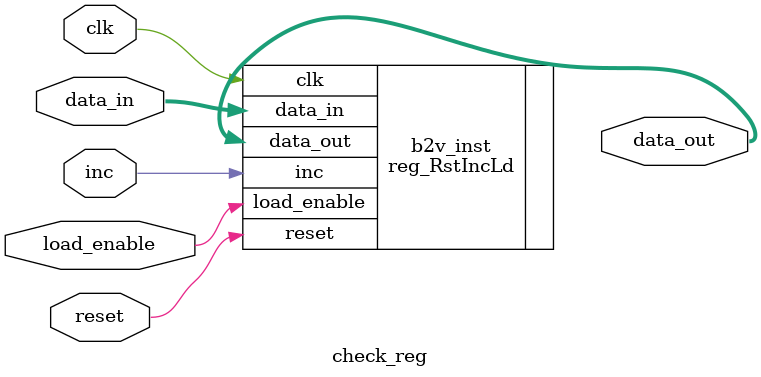
<source format=v>


module check_reg(
	clk,
	inc,
	load_enable,
	reset,
	data_in,
	data_out
);


input wire	clk;
input wire	inc;
input wire	load_enable;
input wire	reset;
input wire	[15:0] data_in;
output wire	[15:0] data_out;






reg_RstIncLd	b2v_inst(
	.clk(clk),
	.inc(inc),
	.load_enable(load_enable),
	.reset(reset),
	.data_in(data_in),
	.data_out(data_out));


endmodule

</source>
